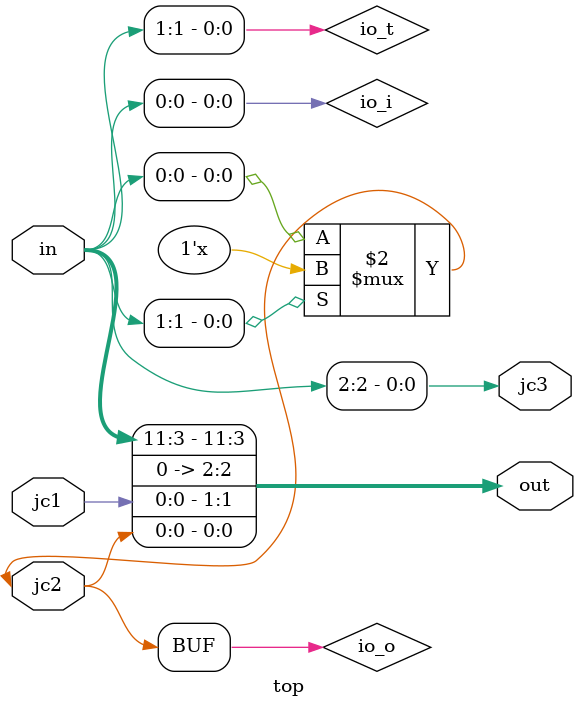
<source format=v>
/*
In this test a single IOBUF is controlled by switches. There is also one
input (connected to a LED) and one oputput (controlled by a switch) that.
can be used for verification of 3-state I/O.

This test requires a physical jumper to be installed on the Basys3 board.
Depending on which pins are connected we have different truth tables of
LED output w.r.t. switch input.

Truth table. When JC.1 is connected to JC.2:

SW2 SW1 SW0 | LED1 LED0
 0   0   0  |  0    0
 0   0   1  |  1    1
 0   1   0  |  x    x
 0   1   1  |  x    x
 1   0   0  |  0    0
 1   0   1  |  1    1
 1   1   0  |  x    x
 1   1   1  |  x    x


Truth table. When JC.3 is connected to JC.2:

SW2 SW1 SW0 | LED1 LED0
 0   0   0  |  x    0
 0   0   1  |  x    1
 0   1   0  |  x    0
 0   1   1  |  x    0
 1   0   0  |  x    0
 1   0   1  |  x    1
 1   1   0  |  x    1
 1   1   1  |  x    1

*/
`default_nettype none


// ============================================================================

module top
(
input  wire [11:0] in,
output wire [11:0] out,

input  wire jc1,
inout  wire jc2,
output wire jc3
);

// ============================================================================
// IOBUF (to be inferred)
wire io_i;
wire io_o;
wire io_t;

assign io_o = jc2;
assign jc2  = (io_t == 1'b0) ? io_i : 1'bz;

// ============================================================================

// SW0 controls IOBUF.I
assign io_i = in[0];
// SW1 controls IOBUF.T
assign io_t = in[1];
// SW2 controls OBUF.I (JC.3)
assign jc3  = in[2];

// LED0 indicates IOBUF.O
assign out[0] = io_o;

// LED1 is connected to JC.1
assign out[1] = jc1;

// Unused IOs - SW->LED passthrough.
assign out[11:2] = {in[11:3], 1'd0};

endmodule


</source>
